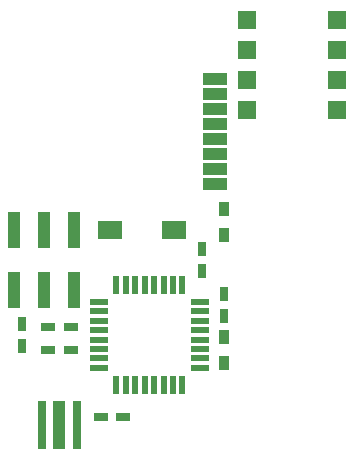
<source format=gbr>
G04 #@! TF.GenerationSoftware,KiCad,Pcbnew,(5.0.1)-4*
G04 #@! TF.CreationDate,2019-02-11T11:38:27+01:00*
G04 #@! TF.ProjectId,MyWallSwitch,4D7957616C6C5377697463682E6B6963,1*
G04 #@! TF.SameCoordinates,Original*
G04 #@! TF.FileFunction,Paste,Top*
G04 #@! TF.FilePolarity,Positive*
%FSLAX46Y46*%
G04 Gerber Fmt 4.6, Leading zero omitted, Abs format (unit mm)*
G04 Created by KiCad (PCBNEW (5.0.1)-4) date 11.02.2019 11:38:27*
%MOMM*%
%LPD*%
G01*
G04 APERTURE LIST*
%ADD10R,1.600000X1.600000*%
%ADD11R,2.000000X1.000000*%
%ADD12R,0.550000X1.600000*%
%ADD13R,1.600000X0.550000*%
%ADD14R,0.700000X4.100000*%
%ADD15R,1.000000X4.100000*%
%ADD16R,0.900000X1.200000*%
%ADD17R,1.000000X3.150000*%
%ADD18R,0.750000X1.200000*%
%ADD19R,1.200000X0.750000*%
%ADD20R,2.000000X1.600000*%
G04 APERTURE END LIST*
D10*
G04 #@! TO.C,U3*
X153035000Y-82550000D03*
X145415000Y-90170000D03*
X153035000Y-85090000D03*
X145415000Y-87630000D03*
X153035000Y-87630000D03*
X145415000Y-85090000D03*
X153035000Y-90170000D03*
X145415000Y-82550000D03*
G04 #@! TD*
D11*
G04 #@! TO.C,U4*
X142685000Y-96475000D03*
X142685000Y-95205000D03*
X142685000Y-93935000D03*
X142685000Y-92665000D03*
X142685000Y-91395000D03*
X142685000Y-90125000D03*
X142685000Y-88855000D03*
X142685000Y-87585000D03*
G04 #@! TD*
D12*
G04 #@! TO.C,U2*
X139960000Y-113470000D03*
X139160000Y-113470000D03*
X138360000Y-113470000D03*
X137560000Y-113470000D03*
X136760000Y-113470000D03*
X135960000Y-113470000D03*
X135160000Y-113470000D03*
X134360000Y-113470000D03*
D13*
X132910000Y-112020000D03*
X132910000Y-111220000D03*
X132910000Y-110420000D03*
X132910000Y-109620000D03*
X132910000Y-108820000D03*
X132910000Y-108020000D03*
X132910000Y-107220000D03*
X132910000Y-106420000D03*
D12*
X134360000Y-104970000D03*
X135160000Y-104970000D03*
X135960000Y-104970000D03*
X136760000Y-104970000D03*
X137560000Y-104970000D03*
X138360000Y-104970000D03*
X139160000Y-104970000D03*
X139960000Y-104970000D03*
D13*
X141410000Y-106420000D03*
X141410000Y-107220000D03*
X141410000Y-108020000D03*
X141410000Y-108820000D03*
X141410000Y-109620000D03*
X141410000Y-110420000D03*
X141410000Y-111220000D03*
X141410000Y-112020000D03*
G04 #@! TD*
D14*
G04 #@! TO.C,Y1*
X131040000Y-116840000D03*
D15*
X129540000Y-116840000D03*
D14*
X128040000Y-116840000D03*
G04 #@! TD*
D16*
G04 #@! TO.C,R1*
X143510000Y-98595000D03*
X143510000Y-100795000D03*
G04 #@! TD*
G04 #@! TO.C,R2*
X143510000Y-109390000D03*
X143510000Y-111590000D03*
G04 #@! TD*
D17*
G04 #@! TO.C,J3*
X125730000Y-105395000D03*
X125730000Y-100345000D03*
X128270000Y-105395000D03*
X128270000Y-100345000D03*
X130810000Y-105395000D03*
X130810000Y-100345000D03*
G04 #@! TD*
D18*
G04 #@! TO.C,C1*
X141605000Y-103820000D03*
X141605000Y-101920000D03*
G04 #@! TD*
D19*
G04 #@! TO.C,C3*
X130490000Y-108585000D03*
X128590000Y-108585000D03*
G04 #@! TD*
D18*
G04 #@! TO.C,C6*
X126365000Y-110170000D03*
X126365000Y-108270000D03*
G04 #@! TD*
D19*
G04 #@! TO.C,C4*
X133035000Y-116205000D03*
X134935000Y-116205000D03*
G04 #@! TD*
G04 #@! TO.C,C2*
X130490000Y-110490000D03*
X128590000Y-110490000D03*
G04 #@! TD*
D18*
G04 #@! TO.C,C5*
X143510000Y-105730000D03*
X143510000Y-107630000D03*
G04 #@! TD*
D20*
G04 #@! TO.C,SW1*
X139225000Y-100330000D03*
X133825000Y-100330000D03*
G04 #@! TD*
M02*

</source>
